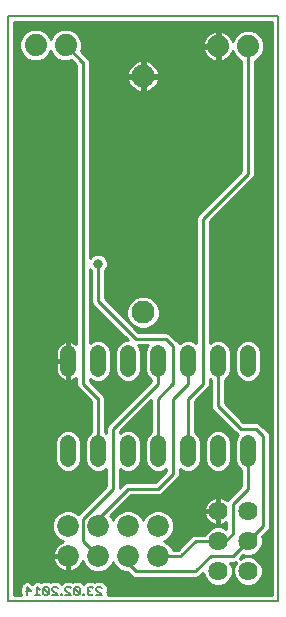
<source format=gbl>
G75*
%MOIN*%
%OFA0B0*%
%FSLAX24Y24*%
%IPPOS*%
%LPD*%
%AMOC8*
5,1,8,0,0,1.08239X$1,22.5*
%
%ADD10C,0.0080*%
%ADD11C,0.0050*%
%ADD12C,0.0520*%
%ADD13C,0.0728*%
%ADD14C,0.0740*%
%ADD15C,0.0640*%
%ADD16C,0.0768*%
%ADD17C,0.0100*%
%ADD18C,0.0320*%
D10*
X000150Y000150D02*
X009150Y000150D01*
X009150Y019650D01*
X000150Y019650D01*
X000150Y000150D01*
D11*
X000739Y000490D02*
X000920Y000490D01*
X000785Y000625D01*
X000785Y000355D01*
X001034Y000355D02*
X001214Y000355D01*
X001124Y000355D02*
X001124Y000625D01*
X001214Y000535D01*
X001329Y000580D02*
X001329Y000400D01*
X001374Y000355D01*
X001464Y000355D01*
X001509Y000400D01*
X001329Y000580D01*
X001374Y000625D01*
X001464Y000625D01*
X001509Y000580D01*
X001509Y000400D01*
X001623Y000355D02*
X001804Y000355D01*
X001623Y000535D01*
X001623Y000580D01*
X001668Y000625D01*
X001759Y000625D01*
X001804Y000580D01*
X001906Y000400D02*
X001906Y000355D01*
X001951Y000355D01*
X001951Y000400D01*
X001906Y000400D01*
X002065Y000355D02*
X002246Y000355D01*
X002065Y000535D01*
X002065Y000580D01*
X002110Y000625D01*
X002201Y000625D01*
X002246Y000580D01*
X002360Y000580D02*
X002360Y000400D01*
X002405Y000355D01*
X002495Y000355D01*
X002540Y000400D01*
X002360Y000580D01*
X002405Y000625D01*
X002495Y000625D01*
X002540Y000580D01*
X002540Y000400D01*
X002643Y000400D02*
X002643Y000355D01*
X002688Y000355D01*
X002688Y000400D01*
X002643Y000400D01*
X002802Y000400D02*
X002847Y000355D01*
X002937Y000355D01*
X002982Y000400D01*
X003097Y000355D02*
X003277Y000355D01*
X003097Y000535D01*
X003097Y000580D01*
X003142Y000625D01*
X003232Y000625D01*
X003277Y000580D01*
X002982Y000580D02*
X002937Y000625D01*
X002847Y000625D01*
X002802Y000580D01*
X002802Y000535D01*
X002847Y000490D01*
X002802Y000445D01*
X002802Y000400D01*
X002847Y000490D02*
X002892Y000490D01*
D12*
X003150Y004890D02*
X003150Y005410D01*
X004150Y005410D02*
X004150Y004890D01*
X005150Y004890D02*
X005150Y005410D01*
X006150Y005410D02*
X006150Y004890D01*
X007150Y004890D02*
X007150Y005410D01*
X008150Y005410D02*
X008150Y004890D01*
X008150Y007890D02*
X008150Y008410D01*
X007150Y008410D02*
X007150Y007890D01*
X006150Y007890D02*
X006150Y008410D01*
X005150Y008410D02*
X005150Y007890D01*
X004150Y007890D02*
X004150Y008410D01*
X003150Y008410D02*
X003150Y007890D01*
X002150Y007890D02*
X002150Y008410D01*
X002150Y005410D02*
X002150Y004890D01*
D13*
X002150Y002650D03*
X002150Y001650D03*
X003150Y001650D03*
X003150Y002650D03*
X004150Y002650D03*
X004150Y001650D03*
X005150Y001650D03*
X005150Y002650D03*
D14*
X007150Y018650D03*
X008150Y018650D03*
X002068Y018685D03*
X001068Y018685D03*
D15*
X007150Y003150D03*
X007150Y002150D03*
X007150Y001150D03*
X008150Y001150D03*
X008150Y002150D03*
X008150Y003150D03*
D16*
X004650Y009776D03*
X004650Y017650D03*
D17*
X004700Y017683D02*
X007930Y017683D01*
X007930Y017585D02*
X005180Y017585D01*
X005183Y017600D02*
X005171Y017525D01*
X005145Y017445D01*
X005107Y017370D01*
X005057Y017302D01*
X004998Y017243D01*
X004930Y017193D01*
X004855Y017155D01*
X004775Y017129D01*
X004700Y017117D01*
X004700Y017600D01*
X004700Y017700D01*
X005183Y017700D01*
X005171Y017775D01*
X005145Y017855D01*
X005107Y017930D01*
X005057Y017998D01*
X004998Y018057D01*
X004930Y018107D01*
X004855Y018145D01*
X004775Y018171D01*
X004700Y018183D01*
X004700Y017700D01*
X004600Y017700D01*
X004600Y018183D01*
X004525Y018171D01*
X004445Y018145D01*
X004370Y018107D01*
X004302Y018057D01*
X004243Y017998D01*
X004193Y017930D01*
X004155Y017855D01*
X004129Y017775D01*
X004117Y017700D01*
X004600Y017700D01*
X004600Y017600D01*
X004700Y017600D01*
X005183Y017600D01*
X005158Y017486D02*
X007930Y017486D01*
X007930Y017388D02*
X005115Y017388D01*
X005044Y017289D02*
X007930Y017289D01*
X007930Y017191D02*
X004924Y017191D01*
X004700Y017191D02*
X004600Y017191D01*
X004600Y017117D02*
X004525Y017129D01*
X004445Y017155D01*
X004370Y017193D01*
X004302Y017243D01*
X004243Y017302D01*
X004193Y017370D01*
X004155Y017445D01*
X004129Y017525D01*
X004117Y017600D01*
X004600Y017600D01*
X004600Y017117D01*
X004600Y017289D02*
X004700Y017289D01*
X004700Y017388D02*
X004600Y017388D01*
X004600Y017486D02*
X004700Y017486D01*
X004700Y017585D02*
X004600Y017585D01*
X004600Y017683D02*
X002870Y017683D01*
X002870Y017585D02*
X004120Y017585D01*
X004142Y017486D02*
X002870Y017486D01*
X002870Y017388D02*
X004185Y017388D01*
X004256Y017289D02*
X002870Y017289D01*
X002870Y017191D02*
X004376Y017191D01*
X004600Y017782D02*
X004700Y017782D01*
X004700Y017880D02*
X004600Y017880D01*
X004600Y017979D02*
X004700Y017979D01*
X004700Y018077D02*
X004600Y018077D01*
X004600Y018176D02*
X004700Y018176D01*
X004744Y018176D02*
X006936Y018176D01*
X006951Y018168D02*
X007029Y018143D01*
X007100Y018131D01*
X007100Y018600D01*
X006632Y018600D01*
X006643Y018528D01*
X006669Y018450D01*
X006706Y018377D01*
X006754Y018311D01*
X006812Y018253D01*
X006878Y018205D01*
X006951Y018168D01*
X007100Y018176D02*
X007200Y018176D01*
X007200Y018131D02*
X007272Y018143D01*
X007350Y018168D01*
X007423Y018205D01*
X007489Y018253D01*
X007547Y018311D01*
X007595Y018377D01*
X007632Y018450D01*
X007640Y018472D01*
X007693Y018344D01*
X007845Y018192D01*
X007930Y018157D01*
X007930Y014491D01*
X006588Y013149D01*
X006530Y013091D01*
X006459Y013020D01*
X006459Y012993D01*
X006449Y012969D01*
X006430Y012950D01*
X006430Y008738D01*
X006394Y008775D01*
X006236Y008840D01*
X006064Y008840D01*
X005906Y008775D01*
X005870Y008738D01*
X005870Y008741D01*
X005741Y008870D01*
X005649Y008962D01*
X005591Y009020D01*
X005520Y009091D01*
X005493Y009091D01*
X005469Y009101D01*
X005450Y009120D01*
X004491Y009120D01*
X003370Y010241D01*
X003370Y011153D01*
X003430Y011213D01*
X003480Y011334D01*
X003480Y011466D01*
X003430Y011587D01*
X003337Y011680D01*
X003216Y011730D01*
X003084Y011730D01*
X002963Y011680D01*
X002870Y011587D01*
X002870Y011586D01*
X002870Y018153D01*
X002851Y018172D01*
X002841Y018196D01*
X002841Y018224D01*
X002770Y018294D01*
X002712Y018352D01*
X002572Y018492D01*
X002608Y018578D01*
X002608Y018793D01*
X002526Y018991D01*
X002374Y019143D01*
X002175Y019225D01*
X001960Y019225D01*
X001762Y019143D01*
X001610Y018991D01*
X001568Y018889D01*
X001526Y018991D01*
X001374Y019143D01*
X001175Y019225D01*
X000960Y019225D01*
X000762Y019143D01*
X000610Y018991D01*
X000528Y018793D01*
X000528Y018578D01*
X000610Y018380D01*
X000762Y018228D01*
X000960Y018145D01*
X001175Y018145D01*
X001374Y018228D01*
X001526Y018380D01*
X001568Y018481D01*
X001610Y018380D01*
X001762Y018228D01*
X001960Y018145D01*
X002175Y018145D01*
X002261Y018181D01*
X002430Y018012D01*
X002430Y008710D01*
X002417Y008723D01*
X002365Y008761D01*
X002307Y008790D01*
X002246Y008810D01*
X002182Y008820D01*
X002180Y008820D01*
X002180Y008180D01*
X002120Y008180D01*
X002120Y008820D01*
X002118Y008820D01*
X002054Y008810D01*
X001993Y008790D01*
X001935Y008761D01*
X001883Y008723D01*
X001837Y008677D01*
X001799Y008625D01*
X001770Y008567D01*
X001750Y008506D01*
X001740Y008442D01*
X001740Y008180D01*
X002120Y008180D01*
X002120Y008120D01*
X002180Y008120D01*
X002180Y007480D01*
X002182Y007480D01*
X002246Y007490D01*
X002307Y007510D01*
X002365Y007539D01*
X002417Y007577D01*
X002430Y007590D01*
X002430Y007309D01*
X002559Y007180D01*
X002930Y006809D01*
X002930Y005784D01*
X002906Y005775D01*
X002785Y005654D01*
X002720Y005496D01*
X002720Y004804D01*
X002785Y004646D01*
X002906Y004525D01*
X003064Y004460D01*
X003236Y004460D01*
X003394Y004525D01*
X003430Y004562D01*
X003430Y003991D01*
X002588Y003149D01*
X002532Y003093D01*
X002497Y003058D01*
X002453Y003103D01*
X002256Y003184D01*
X002044Y003184D01*
X001847Y003103D01*
X001697Y002953D01*
X001616Y002756D01*
X001616Y002544D01*
X001697Y002347D01*
X001847Y002197D01*
X001989Y002138D01*
X001953Y002127D01*
X001881Y002090D01*
X001815Y002042D01*
X001758Y001985D01*
X001710Y001919D01*
X001673Y001847D01*
X001648Y001770D01*
X001636Y001690D01*
X001636Y001689D01*
X002111Y001689D01*
X002111Y001611D01*
X002189Y001611D01*
X002189Y001136D01*
X002190Y001136D01*
X002270Y001148D01*
X002347Y001173D01*
X002419Y001210D01*
X002485Y001258D01*
X002542Y001315D01*
X002590Y001381D01*
X002627Y001453D01*
X002638Y001489D01*
X002697Y001347D01*
X002847Y001197D01*
X003044Y001116D01*
X003256Y001116D01*
X003453Y001197D01*
X003603Y001347D01*
X003650Y001461D01*
X003697Y001347D01*
X003847Y001197D01*
X004044Y001116D01*
X004123Y001116D01*
X004180Y001059D01*
X004309Y000930D01*
X006450Y000930D01*
X006469Y000949D01*
X006493Y000959D01*
X006520Y000959D01*
X006590Y001028D01*
X006649Y001088D01*
X006649Y001088D01*
X006660Y001099D01*
X006660Y001053D01*
X006735Y000872D01*
X006872Y000735D01*
X007053Y000660D01*
X007247Y000660D01*
X007428Y000735D01*
X007565Y000872D01*
X007640Y001053D01*
X007640Y001247D01*
X007565Y001428D01*
X007563Y001430D01*
X007700Y001430D01*
X007719Y001449D01*
X007743Y001459D01*
X007766Y001459D01*
X007735Y001428D01*
X007660Y001247D01*
X007660Y001053D01*
X007735Y000872D01*
X007872Y000735D01*
X008053Y000660D01*
X008247Y000660D01*
X008428Y000735D01*
X008565Y000872D01*
X008640Y001053D01*
X008640Y001247D01*
X008565Y001428D01*
X008428Y001565D01*
X008247Y001640D01*
X008053Y001640D01*
X007879Y001568D01*
X007899Y001588D01*
X007899Y001588D01*
X007995Y001684D01*
X008053Y001660D01*
X008247Y001660D01*
X008428Y001735D01*
X008565Y001872D01*
X008640Y002053D01*
X008640Y002247D01*
X008616Y002305D01*
X008741Y002430D01*
X008870Y002559D01*
X008870Y005741D01*
X008620Y005991D01*
X008491Y006120D01*
X007991Y006120D01*
X007370Y006741D01*
X007370Y007516D01*
X007394Y007525D01*
X007515Y007646D01*
X007580Y007804D01*
X007580Y008496D01*
X007515Y008654D01*
X007394Y008775D01*
X007236Y008840D01*
X007064Y008840D01*
X006906Y008775D01*
X006870Y008738D01*
X006870Y012809D01*
X008241Y014180D01*
X008370Y014309D01*
X008370Y018156D01*
X008456Y018192D01*
X008608Y018344D01*
X008690Y018542D01*
X008690Y018757D01*
X008608Y018956D01*
X008456Y019108D01*
X008258Y019190D01*
X008043Y019190D01*
X007845Y019108D01*
X007693Y018956D01*
X007640Y018827D01*
X007632Y018849D01*
X007595Y018922D01*
X007547Y018989D01*
X007489Y019046D01*
X007423Y019095D01*
X007350Y019132D01*
X007272Y019157D01*
X007200Y019168D01*
X007200Y018700D01*
X007100Y018700D01*
X007100Y018600D01*
X007200Y018600D01*
X007200Y018131D01*
X007200Y018274D02*
X007100Y018274D01*
X007100Y018373D02*
X007200Y018373D01*
X007200Y018471D02*
X007100Y018471D01*
X007100Y018570D02*
X007200Y018570D01*
X007100Y018668D02*
X002608Y018668D01*
X002604Y018570D02*
X006637Y018570D01*
X006662Y018471D02*
X002593Y018471D01*
X002692Y018373D02*
X006709Y018373D01*
X006791Y018274D02*
X002790Y018274D01*
X002712Y018352D02*
X002712Y018352D01*
X002621Y018132D02*
X002068Y018685D01*
X001804Y019161D02*
X001332Y019161D01*
X001455Y019062D02*
X001681Y019062D01*
X001598Y018964D02*
X001537Y018964D01*
X001563Y018471D02*
X001572Y018471D01*
X001617Y018373D02*
X001519Y018373D01*
X001420Y018274D02*
X001715Y018274D01*
X001888Y018176D02*
X001248Y018176D01*
X000888Y018176D02*
X000360Y018176D01*
X000360Y018274D02*
X000715Y018274D01*
X000617Y018373D02*
X000360Y018373D01*
X000360Y018471D02*
X000572Y018471D01*
X000531Y018570D02*
X000360Y018570D01*
X000360Y018668D02*
X000528Y018668D01*
X000528Y018767D02*
X000360Y018767D01*
X000360Y018865D02*
X000558Y018865D01*
X000598Y018964D02*
X000360Y018964D01*
X000360Y019062D02*
X000681Y019062D01*
X000804Y019161D02*
X000360Y019161D01*
X000360Y019259D02*
X008940Y019259D01*
X008940Y019161D02*
X008329Y019161D01*
X008502Y019062D02*
X008940Y019062D01*
X008940Y018964D02*
X008600Y018964D01*
X008646Y018865D02*
X008940Y018865D01*
X008940Y018767D02*
X008687Y018767D01*
X008690Y018668D02*
X008940Y018668D01*
X008940Y018570D02*
X008690Y018570D01*
X008661Y018471D02*
X008940Y018471D01*
X008940Y018373D02*
X008620Y018373D01*
X008538Y018274D02*
X008940Y018274D01*
X008940Y018176D02*
X008417Y018176D01*
X008370Y018077D02*
X008940Y018077D01*
X008940Y017979D02*
X008370Y017979D01*
X008370Y017880D02*
X008940Y017880D01*
X008940Y017782D02*
X008370Y017782D01*
X008370Y017683D02*
X008940Y017683D01*
X008940Y017585D02*
X008370Y017585D01*
X008370Y017486D02*
X008940Y017486D01*
X008940Y017388D02*
X008370Y017388D01*
X008370Y017289D02*
X008940Y017289D01*
X008940Y017191D02*
X008370Y017191D01*
X008370Y017092D02*
X008940Y017092D01*
X008940Y016994D02*
X008370Y016994D01*
X008370Y016895D02*
X008940Y016895D01*
X008940Y016797D02*
X008370Y016797D01*
X008370Y016698D02*
X008940Y016698D01*
X008940Y016600D02*
X008370Y016600D01*
X008370Y016501D02*
X008940Y016501D01*
X008940Y016403D02*
X008370Y016403D01*
X008370Y016304D02*
X008940Y016304D01*
X008940Y016206D02*
X008370Y016206D01*
X008370Y016107D02*
X008940Y016107D01*
X008940Y016009D02*
X008370Y016009D01*
X008370Y015910D02*
X008940Y015910D01*
X008940Y015812D02*
X008370Y015812D01*
X008370Y015713D02*
X008940Y015713D01*
X008940Y015615D02*
X008370Y015615D01*
X008370Y015516D02*
X008940Y015516D01*
X008940Y015418D02*
X008370Y015418D01*
X008370Y015319D02*
X008940Y015319D01*
X008940Y015221D02*
X008370Y015221D01*
X008370Y015122D02*
X008940Y015122D01*
X008940Y015024D02*
X008370Y015024D01*
X008370Y014925D02*
X008940Y014925D01*
X008940Y014827D02*
X008370Y014827D01*
X008370Y014728D02*
X008940Y014728D01*
X008940Y014630D02*
X008370Y014630D01*
X008370Y014531D02*
X008940Y014531D01*
X008940Y014433D02*
X008370Y014433D01*
X008370Y014334D02*
X008940Y014334D01*
X008940Y014236D02*
X008297Y014236D01*
X008198Y014137D02*
X008940Y014137D01*
X008940Y014039D02*
X008100Y014039D01*
X008001Y013940D02*
X008940Y013940D01*
X008940Y013842D02*
X007903Y013842D01*
X007804Y013743D02*
X008940Y013743D01*
X008940Y013645D02*
X007706Y013645D01*
X007607Y013546D02*
X008940Y013546D01*
X008940Y013448D02*
X007509Y013448D01*
X007410Y013349D02*
X008940Y013349D01*
X008940Y013251D02*
X007312Y013251D01*
X007213Y013152D02*
X008940Y013152D01*
X008940Y013054D02*
X007115Y013054D01*
X007016Y012955D02*
X008940Y012955D01*
X008940Y012857D02*
X006918Y012857D01*
X006870Y012758D02*
X008940Y012758D01*
X008940Y012660D02*
X006870Y012660D01*
X006870Y012561D02*
X008940Y012561D01*
X008940Y012463D02*
X006870Y012463D01*
X006870Y012364D02*
X008940Y012364D01*
X008940Y012266D02*
X006870Y012266D01*
X006870Y012167D02*
X008940Y012167D01*
X008940Y012069D02*
X006870Y012069D01*
X006870Y011970D02*
X008940Y011970D01*
X008940Y011872D02*
X006870Y011872D01*
X006870Y011773D02*
X008940Y011773D01*
X008940Y011675D02*
X006870Y011675D01*
X006870Y011576D02*
X008940Y011576D01*
X008940Y011478D02*
X006870Y011478D01*
X006870Y011379D02*
X008940Y011379D01*
X008940Y011281D02*
X006870Y011281D01*
X006870Y011182D02*
X008940Y011182D01*
X008940Y011084D02*
X006870Y011084D01*
X006870Y010985D02*
X008940Y010985D01*
X008940Y010887D02*
X006870Y010887D01*
X006870Y010788D02*
X008940Y010788D01*
X008940Y010690D02*
X006870Y010690D01*
X006870Y010591D02*
X008940Y010591D01*
X008940Y010493D02*
X006870Y010493D01*
X006870Y010394D02*
X008940Y010394D01*
X008940Y010296D02*
X006870Y010296D01*
X006870Y010197D02*
X008940Y010197D01*
X008940Y010099D02*
X006870Y010099D01*
X006870Y010000D02*
X008940Y010000D01*
X008940Y009902D02*
X006870Y009902D01*
X006870Y009803D02*
X008940Y009803D01*
X008940Y009705D02*
X006870Y009705D01*
X006870Y009606D02*
X008940Y009606D01*
X008940Y009508D02*
X006870Y009508D01*
X006870Y009409D02*
X008940Y009409D01*
X008940Y009311D02*
X006870Y009311D01*
X006870Y009212D02*
X008940Y009212D01*
X008940Y009114D02*
X006870Y009114D01*
X006870Y009015D02*
X008940Y009015D01*
X008940Y008917D02*
X006870Y008917D01*
X006870Y008818D02*
X007011Y008818D01*
X007289Y008818D02*
X008011Y008818D01*
X008064Y008840D02*
X007906Y008775D01*
X007785Y008654D01*
X007720Y008496D01*
X007720Y007804D01*
X007785Y007646D01*
X007906Y007525D01*
X008064Y007460D01*
X008236Y007460D01*
X008394Y007525D01*
X008515Y007646D01*
X008580Y007804D01*
X008580Y008496D01*
X008515Y008654D01*
X008394Y008775D01*
X008236Y008840D01*
X008064Y008840D01*
X008289Y008818D02*
X008940Y008818D01*
X008940Y008720D02*
X008449Y008720D01*
X008528Y008621D02*
X008940Y008621D01*
X008940Y008523D02*
X008569Y008523D01*
X008580Y008424D02*
X008940Y008424D01*
X008940Y008326D02*
X008580Y008326D01*
X008580Y008227D02*
X008940Y008227D01*
X008940Y008129D02*
X008580Y008129D01*
X008580Y008030D02*
X008940Y008030D01*
X008940Y007932D02*
X008580Y007932D01*
X008580Y007833D02*
X008940Y007833D01*
X008940Y007735D02*
X008551Y007735D01*
X008504Y007636D02*
X008940Y007636D01*
X008940Y007538D02*
X008406Y007538D01*
X007894Y007538D02*
X007406Y007538D01*
X007370Y007439D02*
X008940Y007439D01*
X008940Y007341D02*
X007370Y007341D01*
X007370Y007242D02*
X008940Y007242D01*
X008940Y007144D02*
X007370Y007144D01*
X007370Y007045D02*
X008940Y007045D01*
X008940Y006947D02*
X007370Y006947D01*
X007370Y006848D02*
X008940Y006848D01*
X008940Y006750D02*
X007370Y006750D01*
X007460Y006651D02*
X008940Y006651D01*
X008940Y006553D02*
X007559Y006553D01*
X007657Y006454D02*
X008940Y006454D01*
X008940Y006356D02*
X007756Y006356D01*
X007854Y006257D02*
X008940Y006257D01*
X008940Y006159D02*
X007953Y006159D01*
X007900Y005900D02*
X007150Y006650D01*
X007150Y008150D01*
X007449Y008720D02*
X007851Y008720D01*
X007772Y008621D02*
X007528Y008621D01*
X007569Y008523D02*
X007731Y008523D01*
X007720Y008424D02*
X007580Y008424D01*
X007580Y008326D02*
X007720Y008326D01*
X007720Y008227D02*
X007580Y008227D01*
X007580Y008129D02*
X007720Y008129D01*
X007720Y008030D02*
X007580Y008030D01*
X007580Y007932D02*
X007720Y007932D01*
X007720Y007833D02*
X007580Y007833D01*
X007551Y007735D02*
X007749Y007735D01*
X007796Y007636D02*
X007504Y007636D01*
X007035Y006454D02*
X006370Y006454D01*
X006370Y006356D02*
X007133Y006356D01*
X007232Y006257D02*
X006370Y006257D01*
X006370Y006159D02*
X007330Y006159D01*
X007429Y006060D02*
X006370Y006060D01*
X006370Y005962D02*
X007527Y005962D01*
X007626Y005863D02*
X006370Y005863D01*
X006370Y005784D02*
X006370Y006809D01*
X006741Y007180D01*
X006870Y007309D01*
X006870Y007562D01*
X006906Y007525D01*
X006930Y007516D01*
X006930Y006559D01*
X007809Y005680D01*
X007812Y005680D01*
X007785Y005654D01*
X007720Y005496D01*
X007720Y004804D01*
X007785Y004646D01*
X007906Y004525D01*
X007930Y004516D01*
X007930Y003991D01*
X007451Y003512D01*
X007396Y003552D01*
X007330Y003586D01*
X007260Y003608D01*
X007189Y003620D01*
X007189Y003189D01*
X007111Y003189D01*
X007111Y003620D01*
X007040Y003608D01*
X006970Y003586D01*
X006904Y003552D01*
X006844Y003508D01*
X006792Y003456D01*
X006748Y003396D01*
X006714Y003330D01*
X006692Y003260D01*
X006680Y003189D01*
X007111Y003189D01*
X007111Y003111D01*
X007189Y003111D01*
X007189Y002680D01*
X007260Y002692D01*
X007330Y002714D01*
X007396Y002748D01*
X007430Y002772D01*
X007430Y002563D01*
X007428Y002565D01*
X007247Y002640D01*
X007053Y002640D01*
X006872Y002565D01*
X006735Y002428D01*
X006711Y002370D01*
X006309Y002370D01*
X006180Y002241D01*
X005809Y001870D01*
X005637Y001870D01*
X005603Y001953D01*
X005453Y002103D01*
X005339Y002150D01*
X005453Y002197D01*
X005603Y002347D01*
X005684Y002544D01*
X005684Y002756D01*
X005603Y002953D01*
X005453Y003103D01*
X005256Y003184D01*
X005044Y003184D01*
X004847Y003103D01*
X004697Y002953D01*
X004650Y002839D01*
X004603Y002953D01*
X004453Y003103D01*
X004256Y003184D01*
X004044Y003184D01*
X003847Y003103D01*
X003697Y002953D01*
X003650Y002839D01*
X003603Y002953D01*
X003558Y002997D01*
X004241Y003680D01*
X005241Y003680D01*
X005870Y004309D01*
X005870Y004562D01*
X005906Y004525D01*
X006064Y004460D01*
X006236Y004460D01*
X006394Y004525D01*
X006515Y004646D01*
X006580Y004804D01*
X006580Y005496D01*
X006515Y005654D01*
X006394Y005775D01*
X006370Y005784D01*
X006404Y005765D02*
X006896Y005765D01*
X006906Y005775D02*
X006785Y005654D01*
X006720Y005496D01*
X006720Y004804D01*
X006785Y004646D01*
X006906Y004525D01*
X007064Y004460D01*
X007236Y004460D01*
X007394Y004525D01*
X007515Y004646D01*
X007580Y004804D01*
X007580Y005496D01*
X007515Y005654D01*
X007394Y005775D01*
X007236Y005840D01*
X007064Y005840D01*
X006906Y005775D01*
X006798Y005666D02*
X006502Y005666D01*
X006550Y005568D02*
X006750Y005568D01*
X006720Y005469D02*
X006580Y005469D01*
X006580Y005371D02*
X006720Y005371D01*
X006720Y005272D02*
X006580Y005272D01*
X006580Y005174D02*
X006720Y005174D01*
X006720Y005075D02*
X006580Y005075D01*
X006580Y004977D02*
X006720Y004977D01*
X006720Y004878D02*
X006580Y004878D01*
X006570Y004780D02*
X006730Y004780D01*
X006771Y004681D02*
X006529Y004681D01*
X006451Y004583D02*
X006849Y004583D01*
X007006Y004484D02*
X006293Y004484D01*
X006006Y004484D02*
X005870Y004484D01*
X005870Y004386D02*
X007930Y004386D01*
X007930Y004484D02*
X007293Y004484D01*
X007451Y004583D02*
X007849Y004583D01*
X007771Y004681D02*
X007529Y004681D01*
X007570Y004780D02*
X007730Y004780D01*
X007720Y004878D02*
X007580Y004878D01*
X007580Y004977D02*
X007720Y004977D01*
X007720Y005075D02*
X007580Y005075D01*
X007580Y005174D02*
X007720Y005174D01*
X007720Y005272D02*
X007580Y005272D01*
X007580Y005371D02*
X007720Y005371D01*
X007720Y005469D02*
X007580Y005469D01*
X007550Y005568D02*
X007750Y005568D01*
X007798Y005666D02*
X007502Y005666D01*
X007404Y005765D02*
X007724Y005765D01*
X007900Y005900D02*
X008400Y005900D01*
X008650Y005650D01*
X008650Y002650D01*
X008150Y002150D01*
X007679Y001679D01*
X007609Y001650D02*
X006900Y001650D01*
X006429Y001179D01*
X006359Y001150D02*
X004400Y001150D01*
X004179Y001371D01*
X004150Y001441D02*
X004150Y001650D01*
X004150Y001441D02*
X004152Y001421D01*
X004158Y001403D01*
X004167Y001385D01*
X004179Y001370D01*
X004202Y001037D02*
X000360Y001037D01*
X000360Y001135D02*
X002997Y001135D01*
X002811Y001234D02*
X002452Y001234D01*
X002555Y001332D02*
X002713Y001332D01*
X002663Y001431D02*
X002615Y001431D01*
X002576Y000820D02*
X002406Y000820D01*
X002324Y000820D01*
X002303Y000799D01*
X002281Y000820D01*
X002110Y000820D01*
X002030Y000820D01*
X002030Y000820D01*
X002030Y000820D01*
X001985Y000775D01*
X001985Y000775D01*
X001935Y000725D01*
X001839Y000820D01*
X001668Y000820D01*
X001588Y000820D01*
X001588Y000820D01*
X001588Y000820D01*
X001566Y000799D01*
X001545Y000820D01*
X001375Y000820D01*
X001293Y000820D01*
X001249Y000776D01*
X001205Y000820D01*
X001043Y000820D01*
X000954Y000731D01*
X000950Y000736D01*
X000865Y000820D01*
X000704Y000820D01*
X000647Y000764D01*
X000590Y000706D01*
X000590Y000616D01*
X000544Y000571D01*
X000544Y000409D01*
X000590Y000364D01*
X000590Y000360D01*
X000360Y000360D01*
X000360Y019440D01*
X008940Y019440D01*
X008940Y000360D01*
X003472Y000360D01*
X003472Y000436D01*
X003440Y000468D01*
X003472Y000499D01*
X003472Y000661D01*
X003313Y000820D01*
X003141Y000820D01*
X003061Y000820D01*
X003039Y000799D01*
X003018Y000820D01*
X002848Y000820D01*
X002766Y000820D01*
X002721Y000775D01*
X002671Y000725D01*
X002576Y000820D01*
X002655Y000741D02*
X002687Y000741D01*
X002721Y000775D02*
X002721Y000775D01*
X002766Y000820D02*
X002766Y000820D01*
X002766Y000820D01*
X003061Y000820D02*
X003061Y000820D01*
X003061Y000820D01*
X003303Y001135D02*
X003997Y001135D01*
X003811Y001234D02*
X003489Y001234D01*
X003587Y001332D02*
X003713Y001332D01*
X003663Y001431D02*
X003637Y001431D01*
X003392Y000741D02*
X006866Y000741D01*
X006768Y000840D02*
X000360Y000840D01*
X000360Y000938D02*
X004301Y000938D01*
X003472Y000643D02*
X008940Y000643D01*
X008940Y000741D02*
X008434Y000741D01*
X008532Y000840D02*
X008940Y000840D01*
X008940Y000938D02*
X008593Y000938D01*
X008633Y001037D02*
X008940Y001037D01*
X008940Y001135D02*
X008640Y001135D01*
X008640Y001234D02*
X008940Y001234D01*
X008940Y001332D02*
X008605Y001332D01*
X008562Y001431D02*
X008940Y001431D01*
X008940Y001529D02*
X008464Y001529D01*
X008407Y001726D02*
X008940Y001726D01*
X008940Y001628D02*
X008278Y001628D01*
X008517Y001825D02*
X008940Y001825D01*
X008940Y001923D02*
X008586Y001923D01*
X008627Y002022D02*
X008940Y002022D01*
X008940Y002120D02*
X008640Y002120D01*
X008640Y002219D02*
X008940Y002219D01*
X008940Y002317D02*
X008628Y002317D01*
X008727Y002416D02*
X008940Y002416D01*
X008940Y002514D02*
X008825Y002514D01*
X008870Y002613D02*
X008940Y002613D01*
X008940Y002711D02*
X008870Y002711D01*
X008870Y002810D02*
X008940Y002810D01*
X008940Y002908D02*
X008870Y002908D01*
X008870Y003007D02*
X008940Y003007D01*
X008940Y003105D02*
X008870Y003105D01*
X008870Y003204D02*
X008940Y003204D01*
X008940Y003302D02*
X008870Y003302D01*
X008870Y003401D02*
X008940Y003401D01*
X008940Y003499D02*
X008870Y003499D01*
X008870Y003598D02*
X008940Y003598D01*
X008940Y003696D02*
X008870Y003696D01*
X008870Y003795D02*
X008940Y003795D01*
X008940Y003893D02*
X008870Y003893D01*
X008870Y003992D02*
X008940Y003992D01*
X008940Y004090D02*
X008870Y004090D01*
X008870Y004189D02*
X008940Y004189D01*
X008940Y004287D02*
X008870Y004287D01*
X008870Y004386D02*
X008940Y004386D01*
X008940Y004484D02*
X008870Y004484D01*
X008870Y004583D02*
X008940Y004583D01*
X008940Y004681D02*
X008870Y004681D01*
X008870Y004780D02*
X008940Y004780D01*
X008940Y004878D02*
X008870Y004878D01*
X008870Y004977D02*
X008940Y004977D01*
X008940Y005075D02*
X008870Y005075D01*
X008870Y005174D02*
X008940Y005174D01*
X008940Y005272D02*
X008870Y005272D01*
X008870Y005371D02*
X008940Y005371D01*
X008940Y005469D02*
X008870Y005469D01*
X008870Y005568D02*
X008940Y005568D01*
X008940Y005666D02*
X008870Y005666D01*
X008847Y005765D02*
X008940Y005765D01*
X008940Y005863D02*
X008748Y005863D01*
X008650Y005962D02*
X008940Y005962D01*
X008940Y006060D02*
X008551Y006060D01*
X008150Y005150D02*
X008150Y003900D01*
X007650Y003400D01*
X007650Y002400D01*
X007429Y002179D01*
X007359Y002150D02*
X007150Y002150D01*
X006400Y002150D01*
X005929Y001679D01*
X005859Y001650D02*
X005150Y001650D01*
X005411Y002120D02*
X006059Y002120D01*
X006157Y002219D02*
X005474Y002219D01*
X005572Y002317D02*
X006256Y002317D01*
X005960Y002022D02*
X005534Y002022D01*
X005615Y001923D02*
X005862Y001923D01*
X005930Y001679D02*
X005915Y001667D01*
X005897Y001658D01*
X005879Y001652D01*
X005859Y001650D01*
X005631Y002416D02*
X006730Y002416D01*
X006821Y002514D02*
X005672Y002514D01*
X005684Y002613D02*
X006986Y002613D01*
X007040Y002692D02*
X006970Y002714D01*
X006904Y002748D01*
X006844Y002792D01*
X006792Y002844D01*
X006748Y002904D01*
X006714Y002970D01*
X006692Y003040D01*
X006680Y003111D01*
X007111Y003111D01*
X007111Y002680D01*
X007040Y002692D01*
X006980Y002711D02*
X005684Y002711D01*
X005662Y002810D02*
X006826Y002810D01*
X006746Y002908D02*
X005621Y002908D01*
X005549Y003007D02*
X006702Y003007D01*
X006681Y003105D02*
X005447Y003105D01*
X005257Y003696D02*
X007635Y003696D01*
X007733Y003795D02*
X005356Y003795D01*
X005454Y003893D02*
X007832Y003893D01*
X007930Y003992D02*
X005553Y003992D01*
X005651Y004090D02*
X007930Y004090D01*
X007930Y004189D02*
X005750Y004189D01*
X005848Y004287D02*
X007930Y004287D01*
X007536Y003598D02*
X007294Y003598D01*
X007189Y003598D02*
X007111Y003598D01*
X007111Y003499D02*
X007189Y003499D01*
X007189Y003401D02*
X007111Y003401D01*
X007111Y003302D02*
X007189Y003302D01*
X007189Y003204D02*
X007111Y003204D01*
X007111Y003105D02*
X007189Y003105D01*
X007189Y003007D02*
X007111Y003007D01*
X007111Y002908D02*
X007189Y002908D01*
X007189Y002810D02*
X007111Y002810D01*
X007111Y002711D02*
X007189Y002711D01*
X007320Y002711D02*
X007430Y002711D01*
X007430Y002613D02*
X007314Y002613D01*
X007430Y002179D02*
X007415Y002167D01*
X007397Y002158D01*
X007379Y002152D01*
X007359Y002150D01*
X007609Y001650D02*
X007629Y001652D01*
X007647Y001658D01*
X007665Y001667D01*
X007680Y001679D01*
X007700Y001431D02*
X007738Y001431D01*
X007695Y001332D02*
X007605Y001332D01*
X007640Y001234D02*
X007660Y001234D01*
X007660Y001135D02*
X007640Y001135D01*
X007633Y001037D02*
X007667Y001037D01*
X007707Y000938D02*
X007593Y000938D01*
X007532Y000840D02*
X007768Y000840D01*
X007866Y000741D02*
X007434Y000741D01*
X007939Y001628D02*
X008022Y001628D01*
X008940Y000544D02*
X003472Y000544D01*
X003462Y000446D02*
X008940Y000446D01*
X007006Y003598D02*
X004159Y003598D01*
X004060Y003499D02*
X006834Y003499D01*
X006751Y003401D02*
X003962Y003401D01*
X003863Y003302D02*
X006705Y003302D01*
X006683Y003204D02*
X003765Y003204D01*
X003853Y003105D02*
X003666Y003105D01*
X003751Y003007D02*
X003568Y003007D01*
X003621Y002908D02*
X003679Y002908D01*
X003179Y002930D02*
X003167Y002915D01*
X003158Y002897D01*
X003152Y002879D01*
X003150Y002859D01*
X003150Y002650D01*
X003179Y002929D02*
X004150Y003900D01*
X005150Y003900D01*
X005650Y004400D01*
X005650Y006859D01*
X005679Y006929D02*
X006150Y007400D01*
X006150Y008150D01*
X006011Y008818D02*
X005793Y008818D01*
X005695Y008917D02*
X006430Y008917D01*
X006430Y009015D02*
X005596Y009015D01*
X005649Y008962D02*
X005649Y008962D01*
X005429Y008871D02*
X005650Y008650D01*
X005650Y007441D01*
X005621Y007371D02*
X005150Y006900D01*
X005150Y005150D01*
X004785Y004646D02*
X004906Y004525D01*
X005064Y004460D01*
X005236Y004460D01*
X005394Y004525D01*
X005430Y004562D01*
X005430Y004491D01*
X005059Y004120D01*
X004059Y004120D01*
X003930Y003991D01*
X003870Y003931D01*
X003870Y004562D01*
X003906Y004525D01*
X004064Y004460D01*
X004236Y004460D01*
X004394Y004525D01*
X004515Y004646D01*
X004580Y004804D01*
X004580Y005496D01*
X004515Y005654D01*
X004394Y005775D01*
X004236Y005840D01*
X004064Y005840D01*
X003906Y005775D01*
X003870Y005738D01*
X003870Y005809D01*
X004930Y006869D01*
X004930Y005784D01*
X004906Y005775D01*
X004785Y005654D01*
X004720Y005496D01*
X004720Y004804D01*
X004785Y004646D01*
X004771Y004681D02*
X004529Y004681D01*
X004570Y004780D02*
X004730Y004780D01*
X004720Y004878D02*
X004580Y004878D01*
X004580Y004977D02*
X004720Y004977D01*
X004720Y005075D02*
X004580Y005075D01*
X004580Y005174D02*
X004720Y005174D01*
X004720Y005272D02*
X004580Y005272D01*
X004580Y005371D02*
X004720Y005371D01*
X004720Y005469D02*
X004580Y005469D01*
X004550Y005568D02*
X004750Y005568D01*
X004798Y005666D02*
X004502Y005666D01*
X004404Y005765D02*
X004896Y005765D01*
X004930Y005863D02*
X003924Y005863D01*
X003896Y005765D02*
X003870Y005765D01*
X003650Y005859D02*
X003652Y005879D01*
X003658Y005897D01*
X003667Y005915D01*
X003679Y005930D01*
X003679Y005929D02*
X005150Y007400D01*
X005150Y008150D01*
X004785Y007646D02*
X004906Y007525D01*
X004930Y007516D01*
X004930Y007491D01*
X003588Y006149D01*
X003533Y006094D01*
X003459Y006020D01*
X003459Y005993D01*
X003449Y005969D01*
X003430Y005950D01*
X003430Y005738D01*
X003394Y005775D01*
X003370Y005784D01*
X003370Y006950D01*
X003351Y006969D01*
X003341Y006993D01*
X003341Y007020D01*
X003271Y007090D01*
X003212Y007149D01*
X002870Y007491D01*
X002870Y007562D01*
X002906Y007525D01*
X003064Y007460D01*
X003236Y007460D01*
X003394Y007525D01*
X003515Y007646D01*
X003580Y007804D01*
X003580Y008496D01*
X003515Y008654D01*
X003394Y008775D01*
X003236Y008840D01*
X003064Y008840D01*
X002906Y008775D01*
X002870Y008738D01*
X002870Y011214D01*
X002870Y011213D01*
X002930Y011153D01*
X002930Y010100D01*
X002949Y010081D01*
X002959Y010057D01*
X002959Y010030D01*
X003026Y009963D01*
X003088Y009901D01*
X003088Y009901D01*
X004149Y008840D01*
X004064Y008840D01*
X003906Y008775D01*
X003785Y008654D01*
X003720Y008496D01*
X003720Y007804D01*
X003785Y007646D01*
X003906Y007525D01*
X004064Y007460D01*
X004236Y007460D01*
X004394Y007525D01*
X004515Y007646D01*
X004580Y007804D01*
X004580Y008496D01*
X004515Y008654D01*
X004488Y008680D01*
X004812Y008680D01*
X004785Y008654D01*
X004720Y008496D01*
X004720Y007804D01*
X004785Y007646D01*
X004796Y007636D02*
X004504Y007636D01*
X004551Y007735D02*
X004749Y007735D01*
X004720Y007833D02*
X004580Y007833D01*
X004580Y007932D02*
X004720Y007932D01*
X004720Y008030D02*
X004580Y008030D01*
X004580Y008129D02*
X004720Y008129D01*
X004720Y008227D02*
X004580Y008227D01*
X004580Y008326D02*
X004720Y008326D01*
X004720Y008424D02*
X004580Y008424D01*
X004569Y008523D02*
X004731Y008523D01*
X004772Y008621D02*
X004528Y008621D01*
X004400Y008900D02*
X005359Y008900D01*
X005379Y008898D01*
X005397Y008892D01*
X005415Y008883D01*
X005430Y008871D01*
X005456Y009114D02*
X006430Y009114D01*
X006430Y009212D02*
X004399Y009212D01*
X004336Y009306D02*
X004540Y009222D01*
X004760Y009222D01*
X004964Y009306D01*
X005120Y009462D01*
X005204Y009666D01*
X005204Y009886D01*
X005120Y010090D01*
X004964Y010246D01*
X004760Y010330D01*
X004540Y010330D01*
X004336Y010246D01*
X004180Y010090D01*
X004096Y009886D01*
X004096Y009666D01*
X004180Y009462D01*
X004336Y009306D01*
X004332Y009311D02*
X004301Y009311D01*
X004234Y009409D02*
X004202Y009409D01*
X004162Y009508D02*
X004104Y009508D01*
X004121Y009606D02*
X004005Y009606D01*
X004096Y009705D02*
X003907Y009705D01*
X003808Y009803D02*
X004096Y009803D01*
X004103Y009902D02*
X003710Y009902D01*
X003611Y010000D02*
X004143Y010000D01*
X004189Y010099D02*
X003513Y010099D01*
X003414Y010197D02*
X004288Y010197D01*
X004457Y010296D02*
X003370Y010296D01*
X003370Y010394D02*
X006430Y010394D01*
X006430Y010296D02*
X004843Y010296D01*
X005012Y010197D02*
X006430Y010197D01*
X006430Y010099D02*
X005111Y010099D01*
X005157Y010000D02*
X006430Y010000D01*
X006430Y009902D02*
X005197Y009902D01*
X005204Y009803D02*
X006430Y009803D01*
X006430Y009705D02*
X005204Y009705D01*
X005179Y009606D02*
X006430Y009606D01*
X006430Y009508D02*
X005138Y009508D01*
X005066Y009409D02*
X006430Y009409D01*
X006430Y009311D02*
X004968Y009311D01*
X004400Y008900D02*
X003179Y010121D01*
X003150Y010191D02*
X003150Y011400D01*
X003399Y011182D02*
X006430Y011182D01*
X006430Y011084D02*
X003370Y011084D01*
X003370Y010985D02*
X006430Y010985D01*
X006430Y010887D02*
X003370Y010887D01*
X003370Y010788D02*
X006430Y010788D01*
X006430Y010690D02*
X003370Y010690D01*
X003370Y010591D02*
X006430Y010591D01*
X006430Y010493D02*
X003370Y010493D01*
X003150Y010191D02*
X003152Y010171D01*
X003158Y010153D01*
X003167Y010135D01*
X003179Y010120D01*
X003087Y009902D02*
X002870Y009902D01*
X002870Y010000D02*
X002989Y010000D01*
X002932Y010099D02*
X002870Y010099D01*
X002870Y010197D02*
X002930Y010197D01*
X002930Y010296D02*
X002870Y010296D01*
X002870Y010394D02*
X002930Y010394D01*
X002930Y010493D02*
X002870Y010493D01*
X002870Y010591D02*
X002930Y010591D01*
X002930Y010690D02*
X002870Y010690D01*
X002870Y010788D02*
X002930Y010788D01*
X002930Y010887D02*
X002870Y010887D01*
X002870Y010985D02*
X002930Y010985D01*
X002930Y011084D02*
X002870Y011084D01*
X002870Y011182D02*
X002901Y011182D01*
X002870Y011675D02*
X002958Y011675D01*
X002870Y011773D02*
X006430Y011773D01*
X006430Y011675D02*
X003342Y011675D01*
X003434Y011576D02*
X006430Y011576D01*
X006430Y011478D02*
X003475Y011478D01*
X003480Y011379D02*
X006430Y011379D01*
X006430Y011281D02*
X003458Y011281D01*
X002870Y011872D02*
X006430Y011872D01*
X006430Y011970D02*
X002870Y011970D01*
X002870Y012069D02*
X006430Y012069D01*
X006430Y012167D02*
X002870Y012167D01*
X002870Y012266D02*
X006430Y012266D01*
X006430Y012364D02*
X002870Y012364D01*
X002870Y012463D02*
X006430Y012463D01*
X006430Y012561D02*
X002870Y012561D01*
X002870Y012660D02*
X006430Y012660D01*
X006430Y012758D02*
X002870Y012758D01*
X002870Y012857D02*
X006430Y012857D01*
X006435Y012955D02*
X002870Y012955D01*
X002870Y013054D02*
X006492Y013054D01*
X006588Y013149D02*
X006588Y013149D01*
X006591Y013152D02*
X002870Y013152D01*
X002870Y013251D02*
X006689Y013251D01*
X006788Y013349D02*
X002870Y013349D01*
X002870Y013448D02*
X006886Y013448D01*
X006985Y013546D02*
X002870Y013546D01*
X002870Y013645D02*
X007083Y013645D01*
X007182Y013743D02*
X002870Y013743D01*
X002870Y013842D02*
X007280Y013842D01*
X007379Y013940D02*
X002870Y013940D01*
X002870Y014039D02*
X007477Y014039D01*
X007576Y014137D02*
X002870Y014137D01*
X002870Y014236D02*
X007674Y014236D01*
X007773Y014334D02*
X002870Y014334D01*
X002870Y014433D02*
X007871Y014433D01*
X007930Y014531D02*
X002870Y014531D01*
X002870Y014630D02*
X007930Y014630D01*
X007930Y014728D02*
X002870Y014728D01*
X002870Y014827D02*
X007930Y014827D01*
X007930Y014925D02*
X002870Y014925D01*
X002870Y015024D02*
X007930Y015024D01*
X007930Y015122D02*
X002870Y015122D01*
X002870Y015221D02*
X007930Y015221D01*
X007930Y015319D02*
X002870Y015319D01*
X002870Y015418D02*
X007930Y015418D01*
X007930Y015516D02*
X002870Y015516D01*
X002870Y015615D02*
X007930Y015615D01*
X007930Y015713D02*
X002870Y015713D01*
X002870Y015812D02*
X007930Y015812D01*
X007930Y015910D02*
X002870Y015910D01*
X002870Y016009D02*
X007930Y016009D01*
X007930Y016107D02*
X002870Y016107D01*
X002870Y016206D02*
X007930Y016206D01*
X007930Y016304D02*
X002870Y016304D01*
X002870Y016403D02*
X007930Y016403D01*
X007930Y016501D02*
X002870Y016501D01*
X002870Y016600D02*
X007930Y016600D01*
X007930Y016698D02*
X002870Y016698D01*
X002870Y016797D02*
X007930Y016797D01*
X007930Y016895D02*
X002870Y016895D01*
X002870Y016994D02*
X007930Y016994D01*
X007930Y017092D02*
X002870Y017092D01*
X002870Y017782D02*
X004131Y017782D01*
X004168Y017880D02*
X002870Y017880D01*
X002870Y017979D02*
X004229Y017979D01*
X004330Y018077D02*
X002870Y018077D01*
X002849Y018176D02*
X004556Y018176D01*
X004970Y018077D02*
X007930Y018077D01*
X007930Y017979D02*
X005071Y017979D01*
X005132Y017880D02*
X007930Y017880D01*
X007930Y017782D02*
X005169Y017782D01*
X006632Y018700D02*
X007100Y018700D01*
X007100Y019168D01*
X007029Y019157D01*
X006951Y019132D01*
X006878Y019095D01*
X006812Y019046D01*
X006754Y018989D01*
X006706Y018922D01*
X006669Y018849D01*
X006643Y018772D01*
X006632Y018700D01*
X006643Y018767D02*
X002608Y018767D01*
X002578Y018865D02*
X006677Y018865D01*
X006736Y018964D02*
X002537Y018964D01*
X002455Y019062D02*
X006833Y019062D01*
X007051Y019161D02*
X002332Y019161D01*
X002266Y018176D02*
X002248Y018176D01*
X002365Y018077D02*
X000360Y018077D01*
X000360Y017979D02*
X002430Y017979D01*
X002430Y017880D02*
X000360Y017880D01*
X000360Y017782D02*
X002430Y017782D01*
X002430Y017683D02*
X000360Y017683D01*
X000360Y017585D02*
X002430Y017585D01*
X002430Y017486D02*
X000360Y017486D01*
X000360Y017388D02*
X002430Y017388D01*
X002430Y017289D02*
X000360Y017289D01*
X000360Y017191D02*
X002430Y017191D01*
X002430Y017092D02*
X000360Y017092D01*
X000360Y016994D02*
X002430Y016994D01*
X002430Y016895D02*
X000360Y016895D01*
X000360Y016797D02*
X002430Y016797D01*
X002430Y016698D02*
X000360Y016698D01*
X000360Y016600D02*
X002430Y016600D01*
X002430Y016501D02*
X000360Y016501D01*
X000360Y016403D02*
X002430Y016403D01*
X002430Y016304D02*
X000360Y016304D01*
X000360Y016206D02*
X002430Y016206D01*
X002430Y016107D02*
X000360Y016107D01*
X000360Y016009D02*
X002430Y016009D01*
X002430Y015910D02*
X000360Y015910D01*
X000360Y015812D02*
X002430Y015812D01*
X002430Y015713D02*
X000360Y015713D01*
X000360Y015615D02*
X002430Y015615D01*
X002430Y015516D02*
X000360Y015516D01*
X000360Y015418D02*
X002430Y015418D01*
X002430Y015319D02*
X000360Y015319D01*
X000360Y015221D02*
X002430Y015221D01*
X002430Y015122D02*
X000360Y015122D01*
X000360Y015024D02*
X002430Y015024D01*
X002430Y014925D02*
X000360Y014925D01*
X000360Y014827D02*
X002430Y014827D01*
X002430Y014728D02*
X000360Y014728D01*
X000360Y014630D02*
X002430Y014630D01*
X002430Y014531D02*
X000360Y014531D01*
X000360Y014433D02*
X002430Y014433D01*
X002430Y014334D02*
X000360Y014334D01*
X000360Y014236D02*
X002430Y014236D01*
X002430Y014137D02*
X000360Y014137D01*
X000360Y014039D02*
X002430Y014039D01*
X002430Y013940D02*
X000360Y013940D01*
X000360Y013842D02*
X002430Y013842D01*
X002430Y013743D02*
X000360Y013743D01*
X000360Y013645D02*
X002430Y013645D01*
X002430Y013546D02*
X000360Y013546D01*
X000360Y013448D02*
X002430Y013448D01*
X002430Y013349D02*
X000360Y013349D01*
X000360Y013251D02*
X002430Y013251D01*
X002430Y013152D02*
X000360Y013152D01*
X000360Y013054D02*
X002430Y013054D01*
X002430Y012955D02*
X000360Y012955D01*
X000360Y012857D02*
X002430Y012857D01*
X002430Y012758D02*
X000360Y012758D01*
X000360Y012660D02*
X002430Y012660D01*
X002430Y012561D02*
X000360Y012561D01*
X000360Y012463D02*
X002430Y012463D01*
X002430Y012364D02*
X000360Y012364D01*
X000360Y012266D02*
X002430Y012266D01*
X002430Y012167D02*
X000360Y012167D01*
X000360Y012069D02*
X002430Y012069D01*
X002430Y011970D02*
X000360Y011970D01*
X000360Y011872D02*
X002430Y011872D01*
X002430Y011773D02*
X000360Y011773D01*
X000360Y011675D02*
X002430Y011675D01*
X002430Y011576D02*
X000360Y011576D01*
X000360Y011478D02*
X002430Y011478D01*
X002430Y011379D02*
X000360Y011379D01*
X000360Y011281D02*
X002430Y011281D01*
X002430Y011182D02*
X000360Y011182D01*
X000360Y011084D02*
X002430Y011084D01*
X002430Y010985D02*
X000360Y010985D01*
X000360Y010887D02*
X002430Y010887D01*
X002430Y010788D02*
X000360Y010788D01*
X000360Y010690D02*
X002430Y010690D01*
X002430Y010591D02*
X000360Y010591D01*
X000360Y010493D02*
X002430Y010493D01*
X002430Y010394D02*
X000360Y010394D01*
X000360Y010296D02*
X002430Y010296D01*
X002430Y010197D02*
X000360Y010197D01*
X000360Y010099D02*
X002430Y010099D01*
X002430Y010000D02*
X000360Y010000D01*
X000360Y009902D02*
X002430Y009902D01*
X002430Y009803D02*
X000360Y009803D01*
X000360Y009705D02*
X002430Y009705D01*
X002430Y009606D02*
X000360Y009606D01*
X000360Y009508D02*
X002430Y009508D01*
X002430Y009409D02*
X000360Y009409D01*
X000360Y009311D02*
X002430Y009311D01*
X002430Y009212D02*
X000360Y009212D01*
X000360Y009114D02*
X002430Y009114D01*
X002430Y009015D02*
X000360Y009015D01*
X000360Y008917D02*
X002430Y008917D01*
X002430Y008818D02*
X002195Y008818D01*
X002180Y008818D02*
X002120Y008818D01*
X002105Y008818D02*
X000360Y008818D01*
X000360Y008720D02*
X001880Y008720D01*
X001797Y008621D02*
X000360Y008621D01*
X000360Y008523D02*
X001755Y008523D01*
X001740Y008424D02*
X000360Y008424D01*
X000360Y008326D02*
X001740Y008326D01*
X001740Y008227D02*
X000360Y008227D01*
X000360Y008129D02*
X002120Y008129D01*
X002120Y008120D02*
X001740Y008120D01*
X001740Y007858D01*
X001750Y007794D01*
X001770Y007733D01*
X001799Y007675D01*
X001837Y007623D01*
X001883Y007577D01*
X001935Y007539D01*
X001993Y007510D01*
X002054Y007490D01*
X002118Y007480D01*
X002120Y007480D01*
X002120Y008120D01*
X002120Y008030D02*
X002180Y008030D01*
X002180Y007932D02*
X002120Y007932D01*
X002120Y007833D02*
X002180Y007833D01*
X002180Y007735D02*
X002120Y007735D01*
X002120Y007636D02*
X002180Y007636D01*
X002180Y007538D02*
X002120Y007538D01*
X001939Y007538D02*
X000360Y007538D01*
X000360Y007636D02*
X001828Y007636D01*
X001769Y007735D02*
X000360Y007735D01*
X000360Y007833D02*
X001744Y007833D01*
X001740Y007932D02*
X000360Y007932D01*
X000360Y008030D02*
X001740Y008030D01*
X002120Y008227D02*
X002180Y008227D01*
X002180Y008326D02*
X002120Y008326D01*
X002120Y008424D02*
X002180Y008424D01*
X002180Y008523D02*
X002120Y008523D01*
X002120Y008621D02*
X002180Y008621D01*
X002180Y008720D02*
X002120Y008720D01*
X002420Y008720D02*
X002430Y008720D01*
X002870Y008818D02*
X003011Y008818D01*
X002870Y008917D02*
X004072Y008917D01*
X004011Y008818D02*
X003289Y008818D01*
X003449Y008720D02*
X003851Y008720D01*
X003772Y008621D02*
X003528Y008621D01*
X003569Y008523D02*
X003731Y008523D01*
X003720Y008424D02*
X003580Y008424D01*
X003580Y008326D02*
X003720Y008326D01*
X003720Y008227D02*
X003580Y008227D01*
X003580Y008129D02*
X003720Y008129D01*
X003720Y008030D02*
X003580Y008030D01*
X003580Y007932D02*
X003720Y007932D01*
X003720Y007833D02*
X003580Y007833D01*
X003551Y007735D02*
X003749Y007735D01*
X003796Y007636D02*
X003504Y007636D01*
X003406Y007538D02*
X003894Y007538D01*
X004287Y006848D02*
X003370Y006848D01*
X003370Y006750D02*
X004188Y006750D01*
X004090Y006651D02*
X003370Y006651D01*
X003370Y006553D02*
X003991Y006553D01*
X003893Y006454D02*
X003370Y006454D01*
X003370Y006356D02*
X003794Y006356D01*
X003696Y006257D02*
X003370Y006257D01*
X003370Y006159D02*
X003597Y006159D01*
X003588Y006149D02*
X003588Y006149D01*
X003499Y006060D02*
X003370Y006060D01*
X003370Y005962D02*
X003442Y005962D01*
X003430Y005863D02*
X003370Y005863D01*
X003404Y005765D02*
X003430Y005765D01*
X003650Y005859D02*
X003650Y003900D01*
X002679Y002929D01*
X002650Y002859D02*
X002650Y002150D01*
X003150Y001650D01*
X002650Y002859D02*
X002652Y002879D01*
X002658Y002897D01*
X002667Y002915D01*
X002679Y002930D01*
X002588Y003149D02*
X002588Y003149D01*
X002544Y003105D02*
X002447Y003105D01*
X002642Y003204D02*
X000360Y003204D01*
X000360Y003302D02*
X002741Y003302D01*
X002839Y003401D02*
X000360Y003401D01*
X000360Y003499D02*
X002938Y003499D01*
X003036Y003598D02*
X000360Y003598D01*
X000360Y003696D02*
X003135Y003696D01*
X003233Y003795D02*
X000360Y003795D01*
X000360Y003893D02*
X003332Y003893D01*
X003430Y003992D02*
X000360Y003992D01*
X000360Y004090D02*
X003430Y004090D01*
X003430Y004189D02*
X000360Y004189D01*
X000360Y004287D02*
X003430Y004287D01*
X003430Y004386D02*
X000360Y004386D01*
X000360Y004484D02*
X002006Y004484D01*
X002064Y004460D02*
X002236Y004460D01*
X002394Y004525D01*
X002515Y004646D01*
X002580Y004804D01*
X002580Y005496D01*
X002515Y005654D01*
X002394Y005775D01*
X002236Y005840D01*
X002064Y005840D01*
X001906Y005775D01*
X001785Y005654D01*
X001720Y005496D01*
X001720Y004804D01*
X001785Y004646D01*
X001906Y004525D01*
X002064Y004460D01*
X001849Y004583D02*
X000360Y004583D01*
X000360Y004681D02*
X001771Y004681D01*
X001730Y004780D02*
X000360Y004780D01*
X000360Y004878D02*
X001720Y004878D01*
X001720Y004977D02*
X000360Y004977D01*
X000360Y005075D02*
X001720Y005075D01*
X001720Y005174D02*
X000360Y005174D01*
X000360Y005272D02*
X001720Y005272D01*
X001720Y005371D02*
X000360Y005371D01*
X000360Y005469D02*
X001720Y005469D01*
X001750Y005568D02*
X000360Y005568D01*
X000360Y005666D02*
X001798Y005666D01*
X001896Y005765D02*
X000360Y005765D01*
X000360Y005863D02*
X002930Y005863D01*
X002930Y005962D02*
X000360Y005962D01*
X000360Y006060D02*
X002930Y006060D01*
X002930Y006159D02*
X000360Y006159D01*
X000360Y006257D02*
X002930Y006257D01*
X002930Y006356D02*
X000360Y006356D01*
X000360Y006454D02*
X002930Y006454D01*
X002930Y006553D02*
X000360Y006553D01*
X000360Y006651D02*
X002930Y006651D01*
X002930Y006750D02*
X000360Y006750D01*
X000360Y006848D02*
X002891Y006848D01*
X002792Y006947D02*
X000360Y006947D01*
X000360Y007045D02*
X002694Y007045D01*
X002595Y007144D02*
X000360Y007144D01*
X000360Y007242D02*
X002497Y007242D01*
X002430Y007341D02*
X000360Y007341D01*
X000360Y007439D02*
X002430Y007439D01*
X002430Y007538D02*
X002361Y007538D01*
X002650Y007400D02*
X002650Y018062D01*
X002648Y018082D01*
X002642Y018100D01*
X002633Y018118D01*
X002621Y018133D01*
X000360Y019358D02*
X008940Y019358D01*
X008151Y018650D02*
X008150Y018650D01*
X008150Y018649D01*
X008150Y014400D01*
X006679Y012929D01*
X006650Y012859D02*
X006650Y007400D01*
X006179Y006929D01*
X006150Y006859D02*
X006150Y005150D01*
X005423Y004484D02*
X005293Y004484D01*
X005324Y004386D02*
X003870Y004386D01*
X003870Y004484D02*
X004006Y004484D01*
X003870Y004287D02*
X005226Y004287D01*
X005127Y004189D02*
X003870Y004189D01*
X003870Y004090D02*
X004029Y004090D01*
X003930Y003992D02*
X003870Y003992D01*
X003930Y003991D02*
X003930Y003991D01*
X004293Y004484D02*
X005006Y004484D01*
X004849Y004583D02*
X004451Y004583D01*
X004023Y005962D02*
X004930Y005962D01*
X004930Y006060D02*
X004121Y006060D01*
X004220Y006159D02*
X004930Y006159D01*
X004930Y006257D02*
X004318Y006257D01*
X004417Y006356D02*
X004930Y006356D01*
X004930Y006454D02*
X004515Y006454D01*
X004614Y006553D02*
X004930Y006553D01*
X004930Y006651D02*
X004712Y006651D01*
X004811Y006750D02*
X004930Y006750D01*
X004930Y006848D02*
X004909Y006848D01*
X004681Y007242D02*
X003119Y007242D01*
X003212Y007149D02*
X003212Y007149D01*
X003218Y007144D02*
X004582Y007144D01*
X004484Y007045D02*
X003316Y007045D01*
X003370Y006947D02*
X004385Y006947D01*
X004406Y007538D02*
X004894Y007538D01*
X004878Y007439D02*
X002922Y007439D01*
X002894Y007538D02*
X002870Y007538D01*
X003021Y007341D02*
X004779Y007341D01*
X005621Y007370D02*
X005633Y007385D01*
X005642Y007403D01*
X005648Y007421D01*
X005650Y007441D01*
X005679Y006930D02*
X005667Y006915D01*
X005658Y006897D01*
X005652Y006879D01*
X005650Y006859D01*
X006150Y006859D02*
X006152Y006879D01*
X006158Y006897D01*
X006167Y006915D01*
X006179Y006930D01*
X006409Y006848D02*
X006930Y006848D01*
X006930Y006750D02*
X006370Y006750D01*
X006370Y006651D02*
X006930Y006651D01*
X006936Y006553D02*
X006370Y006553D01*
X006508Y006947D02*
X006930Y006947D01*
X006930Y007045D02*
X006606Y007045D01*
X006705Y007144D02*
X006930Y007144D01*
X006930Y007242D02*
X006803Y007242D01*
X006870Y007341D02*
X006930Y007341D01*
X006930Y007439D02*
X006870Y007439D01*
X006870Y007538D02*
X006894Y007538D01*
X006430Y008818D02*
X006289Y008818D01*
X006650Y012859D02*
X006652Y012879D01*
X006658Y012897D01*
X006667Y012915D01*
X006679Y012930D01*
X007365Y018176D02*
X007884Y018176D01*
X007763Y018274D02*
X007510Y018274D01*
X007592Y018373D02*
X007681Y018373D01*
X007639Y018471D02*
X007640Y018471D01*
X007624Y018865D02*
X007655Y018865D01*
X007701Y018964D02*
X007565Y018964D01*
X007468Y019062D02*
X007799Y019062D01*
X007972Y019161D02*
X007250Y019161D01*
X007200Y019161D02*
X007100Y019161D01*
X007100Y019062D02*
X007200Y019062D01*
X007200Y018964D02*
X007100Y018964D01*
X007100Y018865D02*
X007200Y018865D01*
X007200Y018767D02*
X007100Y018767D01*
X003186Y009803D02*
X002870Y009803D01*
X002870Y009705D02*
X003284Y009705D01*
X003383Y009606D02*
X002870Y009606D01*
X002870Y009508D02*
X003481Y009508D01*
X003580Y009409D02*
X002870Y009409D01*
X002870Y009311D02*
X003678Y009311D01*
X003777Y009212D02*
X002870Y009212D01*
X002870Y009114D02*
X003875Y009114D01*
X003974Y009015D02*
X002870Y009015D01*
X002650Y007400D02*
X003121Y006929D01*
X003150Y006859D02*
X003150Y005150D01*
X002849Y004583D02*
X002451Y004583D01*
X002529Y004681D02*
X002771Y004681D01*
X002730Y004780D02*
X002570Y004780D01*
X002580Y004878D02*
X002720Y004878D01*
X002720Y004977D02*
X002580Y004977D01*
X002580Y005075D02*
X002720Y005075D01*
X002720Y005174D02*
X002580Y005174D01*
X002580Y005272D02*
X002720Y005272D01*
X002720Y005371D02*
X002580Y005371D01*
X002580Y005469D02*
X002720Y005469D01*
X002750Y005568D02*
X002550Y005568D01*
X002502Y005666D02*
X002798Y005666D01*
X002896Y005765D02*
X002404Y005765D01*
X002293Y004484D02*
X003006Y004484D01*
X003293Y004484D02*
X003430Y004484D01*
X004447Y003105D02*
X004853Y003105D01*
X004751Y003007D02*
X004549Y003007D01*
X004621Y002908D02*
X004679Y002908D01*
X006359Y001150D02*
X006379Y001152D01*
X006397Y001158D01*
X006415Y001167D01*
X006430Y001179D01*
X006458Y000938D02*
X006707Y000938D01*
X006667Y001037D02*
X006598Y001037D01*
X003150Y006859D02*
X003148Y006879D01*
X003142Y006897D01*
X003133Y006915D01*
X003121Y006930D01*
X001853Y003105D02*
X000360Y003105D01*
X000360Y003007D02*
X001751Y003007D01*
X001679Y002908D02*
X000360Y002908D01*
X000360Y002810D02*
X001638Y002810D01*
X001616Y002711D02*
X000360Y002711D01*
X000360Y002613D02*
X001616Y002613D01*
X001628Y002514D02*
X000360Y002514D01*
X000360Y002416D02*
X001669Y002416D01*
X001728Y002317D02*
X000360Y002317D01*
X000360Y002219D02*
X001826Y002219D01*
X001940Y002120D02*
X000360Y002120D01*
X000360Y002022D02*
X001794Y002022D01*
X001713Y001923D02*
X000360Y001923D01*
X000360Y001825D02*
X001666Y001825D01*
X001641Y001726D02*
X000360Y001726D01*
X000360Y001628D02*
X002111Y001628D01*
X002111Y001611D02*
X001636Y001611D01*
X001636Y001610D01*
X001648Y001530D01*
X001673Y001453D01*
X001710Y001381D01*
X001758Y001315D01*
X001815Y001258D01*
X001881Y001210D01*
X001953Y001173D01*
X002030Y001148D01*
X002110Y001136D01*
X002111Y001136D01*
X002111Y001611D01*
X002111Y001529D02*
X002189Y001529D01*
X002189Y001431D02*
X002111Y001431D01*
X002111Y001332D02*
X002189Y001332D01*
X002189Y001234D02*
X002111Y001234D01*
X002324Y000820D02*
X002324Y000820D01*
X002324Y000820D01*
X001950Y000741D02*
X001919Y000741D01*
X001848Y001234D02*
X000360Y001234D01*
X000360Y001332D02*
X001745Y001332D01*
X001685Y001431D02*
X000360Y001431D01*
X000360Y001529D02*
X001649Y001529D01*
X001293Y000820D02*
X001293Y000820D01*
X001293Y000820D01*
X000964Y000741D02*
X000945Y000741D01*
X000625Y000741D02*
X000360Y000741D01*
X000360Y000643D02*
X000590Y000643D01*
X000544Y000544D02*
X000360Y000544D01*
X000360Y000446D02*
X000544Y000446D01*
D18*
X001400Y002150D03*
X004400Y007150D03*
X003650Y008900D03*
X003150Y011400D03*
X005150Y011150D03*
X006650Y006400D03*
X007900Y006900D03*
X006150Y003150D03*
X004650Y004400D03*
X001150Y013150D03*
X001150Y016150D03*
X006150Y018150D03*
X008150Y013150D03*
M02*

</source>
